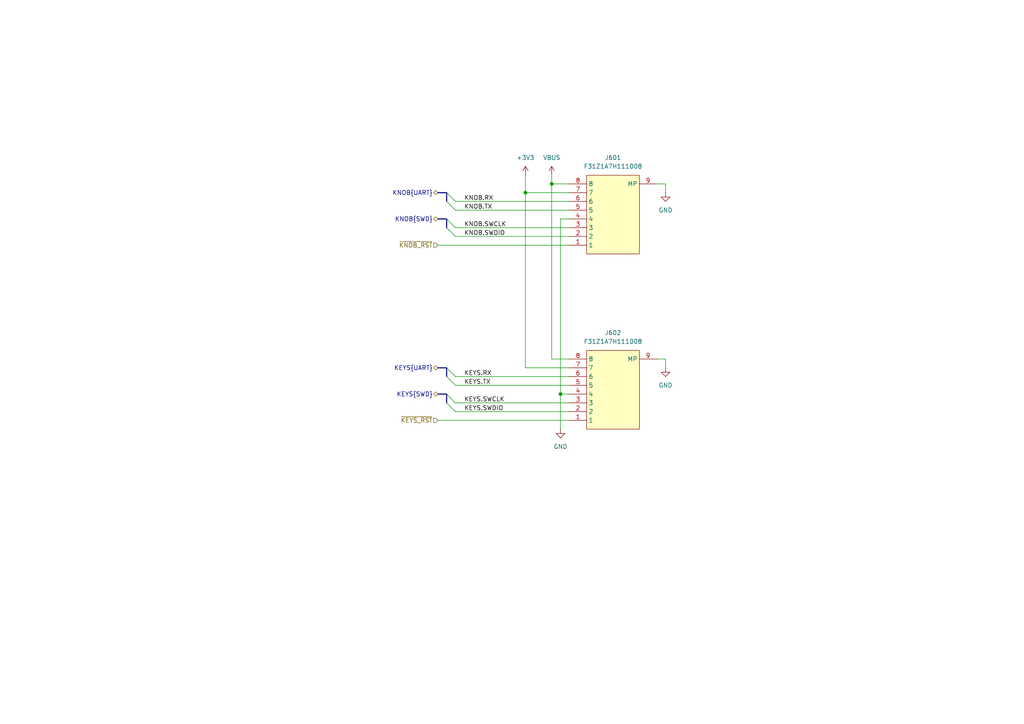
<source format=kicad_sch>
(kicad_sch (version 20250114) (generator "eeschema") (generator_version "9.0")
  (paper "A4")
  (lib_symbols
    (symbol "CONN-FPC:F31Z1A7H111008"
      (property "Reference" "J" (at 0 5.08 0))
      (property "Value" "F31Z1A7H111008" (at 0 2.54 0))
      (symbol "F31Z1A7H111008_1_1"
        (rectangle (start -7.62 0) (end 7.62 -22.86) (fill (type background)))
        (pin passive line (at -12.7 -2.54 0) (length 5.08) (name "1") (number "1"))
        (pin passive line (at -12.7 -5.08 0) (length 5.08) (name "2") (number "2"))
        (pin passive line (at -12.7 -7.62 0) (length 5.08) (name "3") (number "3"))
        (pin passive line (at -12.7 -10.16 0) (length 5.08) (name "4") (number "4"))
        (pin passive line (at -12.7 -12.7 0) (length 5.08) (name "5") (number "5"))
        (pin passive line (at -12.7 -15.24 0) (length 5.08) (name "6") (number "6"))
        (pin passive line (at -12.7 -17.78 0) (length 5.08) (name "7") (number "7"))
        (pin passive line (at -12.7 -20.32 0) (length 5.08) (name "8") (number "8"))
        (pin passive line (at 12.7 -20.32 180) (length 5.08) (hide yes) (name "MP") (number "10"))
        (pin passive line (at 12.7 -20.32 180) (length 5.08) (hide yes) (name "MP") (number "11"))
        (pin passive line (at 12.7 -20.32 180) (length 5.08) (hide yes) (name "MP") (number "12"))
        (pin passive line (at 12.7 -20.32 180) (length 5.08) (name "MP") (number "9"))
      )
    )
    (symbol "power:+3V3" (power) (pin_numbers (hide yes)) (pin_names (offset 0) (hide yes))
      (property "Value" "+3V3" (at 0 3.556 0))
      (symbol "+3V3_0_1"
        (polyline (pts (xy -0.762 1.27) (xy 0 2.54)))
        (polyline (pts (xy 0 2.54) (xy 0.762 1.27)))
        (polyline (pts (xy 0 0) (xy 0 2.54)))
      )
      (symbol "+3V3_1_1"
        (pin power_in line (at 0 0 90) (length 0) (name "~") (number "1"))
      )
    )
    (symbol "power:GND" (power) (pin_numbers (hide yes)) (pin_names (offset 0) (hide yes))
      (property "Value" "GND" (at 0 -3.81 0))
      (symbol "GND_0_1"
        (polyline (pts (xy 0 0) (xy 0 -1.27) (xy 1.27 -1.27) (xy 0 -2.54) (xy -1.27 -1.27) (xy 0 -1.27)))
      )
      (symbol "GND_1_1"
        (pin power_in line (at 0 0 270) (length 0) (name "~") (number "1"))
      )
    )
    (symbol "power:VBUS" (power) (pin_numbers (hide yes)) (pin_names (offset 0) (hide yes))
      (property "Value" "VBUS" (at 0 3.556 0))
      (symbol "VBUS_0_1"
        (polyline (pts (xy -0.762 1.27) (xy 0 2.54)))
        (polyline (pts (xy 0 2.54) (xy 0.762 1.27)))
        (polyline (pts (xy 0 0) (xy 0 2.54)))
      )
      (symbol "VBUS_1_1"
        (pin power_in line (at 0 0 90) (length 0) (name "~") (number "1"))
      )
    )
  )
  (bus_alias "UART" (members "TX" "RX"))
  (junction (at 152.4 55.88))
  (junction (at 160.02 53.34))
  (junction (at 162.56 114.3))
  (bus_entry (at 129.54 66.04) (size 2.54 2.54))
  (bus_entry (at 129.54 55.88) (size 2.54 2.54))
  (bus_entry (at 129.54 109.22) (size 2.54 2.54))
  (bus_entry (at 129.54 106.68) (size 2.54 2.54))
  (bus_entry (at 129.54 114.3) (size 2.54 2.54))
  (bus_entry (at 129.54 63.5) (size 2.54 2.54))
  (bus_entry (at 129.54 58.42) (size 2.54 2.54))
  (bus_entry (at 129.54 116.84) (size 2.54 2.54))
  (wire (pts (xy 127 71.12) (xy 165.1 71.12)))
  (bus (pts (xy 129.54 63.5) (xy 129.54 66.04)))
  (wire (pts (xy 132.08 119.38) (xy 165.1 119.38)))
  (wire (pts (xy 193.04 53.34) (xy 193.04 55.88)))
  (wire (pts (xy 132.08 111.76) (xy 165.1 111.76)))
  (wire (pts (xy 152.4 55.88) (xy 165.1 55.88)))
  (bus (pts (xy 127 106.68) (xy 129.54 106.68)))
  (wire (pts (xy 190.5 53.34) (xy 193.04 53.34)))
  (wire (pts (xy 162.56 114.3) (xy 162.56 124.46)))
  (bus (pts (xy 127 63.5) (xy 129.54 63.5)))
  (bus (pts (xy 129.54 55.88) (xy 129.54 58.42)))
  (bus (pts (xy 127 114.3) (xy 129.54 114.3)))
  (wire (pts (xy 132.08 60.96) (xy 165.1 60.96)))
  (bus (pts (xy 129.54 114.3) (xy 129.54 116.84)))
  (wire (pts (xy 132.08 68.58) (xy 165.1 68.58)))
  (bus (pts (xy 129.54 106.68) (xy 129.54 109.22)))
  (wire (pts (xy 152.4 55.88) (xy 152.4 106.68)))
  (wire (pts (xy 132.08 66.04) (xy 165.1 66.04)))
  (wire (pts (xy 160.02 53.34) (xy 165.1 53.34)))
  (wire (pts (xy 132.08 58.42) (xy 165.1 58.42)))
  (wire (pts (xy 165.1 63.5) (xy 162.56 63.5)))
  (wire (pts (xy 190.5 104.14) (xy 193.04 104.14)))
  (wire (pts (xy 160.02 53.34) (xy 160.02 104.14)))
  (wire (pts (xy 132.08 109.22) (xy 165.1 109.22)))
  (wire (pts (xy 162.56 114.3) (xy 165.1 114.3)))
  (wire (pts (xy 193.04 106.68) (xy 193.04 104.14)))
  (wire (pts (xy 165.1 104.14) (xy 160.02 104.14)))
  (wire (pts (xy 152.4 50.8) (xy 152.4 55.88)))
  (bus (pts (xy 127 55.88) (xy 129.54 55.88)))
  (wire (pts (xy 160.02 50.8) (xy 160.02 53.34)))
  (wire (pts (xy 132.08 116.84) (xy 165.1 116.84)))
  (wire (pts (xy 162.56 63.5) (xy 162.56 114.3)))
  (wire (pts (xy 152.4 106.68) (xy 165.1 106.68)))
  (wire (pts (xy 127 121.92) (xy 165.1 121.92)))
  (label "KEYS.SWCLK" (at 134.62 116.84 0))
  (label "KNOB.SWDIO" (at 134.62 68.58 0))
  (label "KNOB.SWCLK" (at 134.62 66.04 0))
  (label "KEYS.TX" (at 134.62 111.76 0))
  (label "KEYS.RX" (at 134.62 109.22 0))
  (label "KEYS.SWDIO" (at 134.62 119.38 0))
  (label "KNOB.RX" (at 134.62 58.42 0))
  (label "KNOB.TX" (at 134.62 60.96 0))
  (hierarchical_label "KEYS{UART}" (shape bidirectional) (at 127 106.68 180))
  (hierarchical_label "KNOB{UART}" (shape bidirectional) (at 127 55.88 180))
  (hierarchical_label "KNOB{SWD}" (shape bidirectional) (at 127 63.5 180))
  (hierarchical_label "~{KEYS_RST}" (shape input) (at 127 121.92 180))
  (hierarchical_label "KEYS{SWD}" (shape bidirectional) (at 127 114.3 180))
  (hierarchical_label "~{KNOB_RST}" (shape input) (at 127 71.12 180))
  (symbol (lib_id "power:GND") (at 193.04 55.88 0) (unit 1)
    (property "Reference" "#PWR0603" (effects (hide yes)))
    (property "Value" "GND" (at 193.04 60.96 0))
  )
  (symbol (lib_id "power:GND") (at 162.56 124.46 0) (mirror y) (unit 1)
    (property "Reference" "#PWR0604" (effects (hide yes)))
    (property "Value" "GND" (at 162.56 129.54 0))
  )
  (symbol (lib_id "CONN-FPC:F31Z1A7H111008") (at 177.8 73.66 0) (mirror x) (unit 1)
    (property "Reference" "J601" (at 177.8 45.72 0))
    (property "Value" "F31Z1A7H111008" (at 177.8 48.26 0))
    (property "Footprint" "project_footprints:F31Z1A7H111008" (effects (hide yes)))
    (property "Datasheet" "https://cdn.amphenol-cs.com/media/wysiwyg/files/drawing/f31z-f31w.pdf" (effects (hide yes)))
    (property "Description" "Flex Connector, 0.50mm Pitch, Height 4.25mm, Vertical, Slider type, ZIF, 8 position, With MYLAR" (effects (hide yes)))
    (property "Height" "4.45" (effects (hide yes)))
  )
  (symbol (lib_id "power:VBUS") (at 160.02 50.8 0) (unit 1)
    (property "Reference" "#PWR0601" (effects (hide yes)))
    (property "Value" "VBUS" (at 160.02 45.72 0))
    (property "Description" "Power symbol creates a global label with name \"VBUS\"" (effects (hide yes)))
  )
  (symbol (lib_id "CONN-FPC:F31Z1A7H111008") (at 177.8 124.46 0) (mirror x) (unit 1)
    (property "Reference" "J602" (at 177.8 96.52 0))
    (property "Value" "F31Z1A7H111008" (at 177.8 99.06 0))
    (property "Footprint" "project_footprints:F31Z1A7H111008" (effects (hide yes)))
    (property "Datasheet" "https://cdn.amphenol-cs.com/media/wysiwyg/files/drawing/f31z-f31w.pdf" (effects (hide yes)))
    (property "Description" "Flex Connector, 0.50mm Pitch, Height 4.25mm, Vertical, Slider type, ZIF, 8 position, With MYLAR" (effects (hide yes)))
    (property "Height" "4.45" (effects (hide yes)))
  )
  (symbol (lib_id "power:GND") (at 193.04 106.68 0) (unit 1)
    (property "Reference" "#PWR0602" (effects (hide yes)))
    (property "Value" "GND" (at 193.04 111.76 0))
  )
  (symbol (lib_id "power:+3V3") (at 152.4 50.8 0) (unit 1)
    (property "Reference" "#PWR0605" (effects (hide yes)))
    (property "Value" "+3V3" (at 152.4 45.72 0))
    (property "Description" "Power symbol creates a global label with name \"+3V3\"" (effects (hide yes)))
  )
)
</source>
